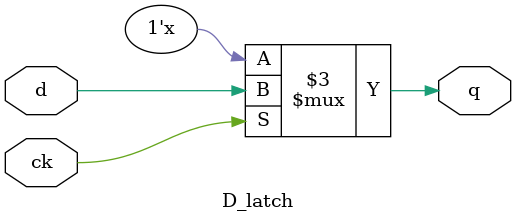
<source format=v>
module D_latch (q, d, ck);
	input d, ck;
	output q;
	reg q;
	always @ (ck or d)
	begin
	if (ck)
		q = d;
	end
endmodule


</source>
